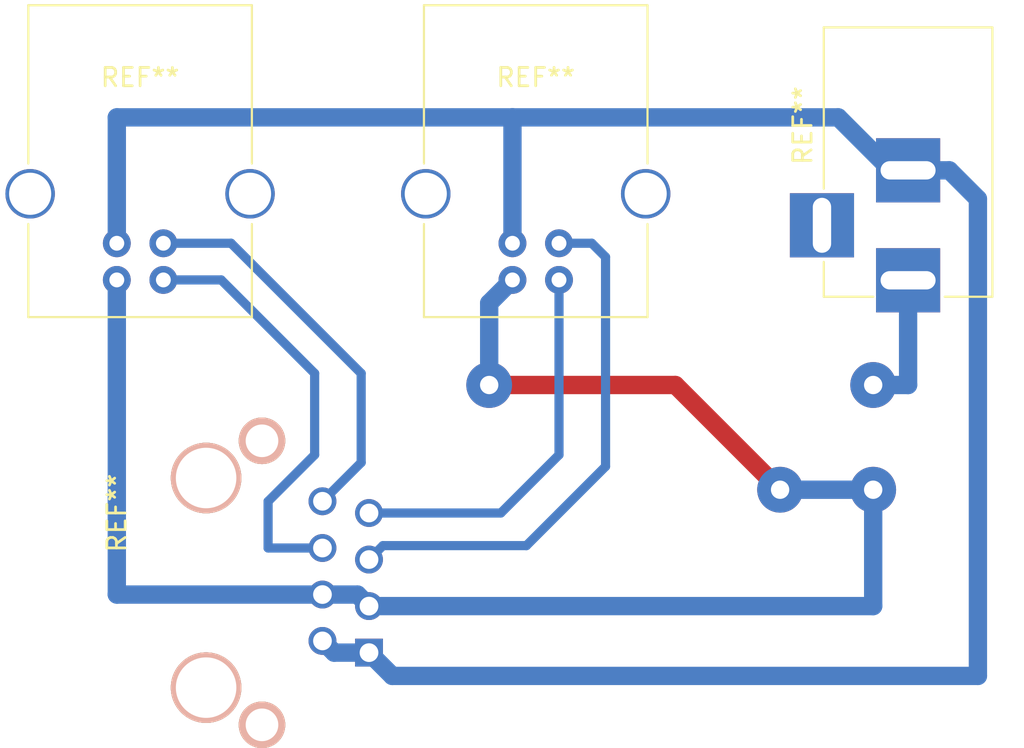
<source format=kicad_pcb>
(kicad_pcb (version 20171130) (host pcbnew 5.0.0)

  (general
    (thickness 1.6)
    (drawings 0)
    (tracks 52)
    (zones 0)
    (modules 4)
    (nets 1)
  )

  (page A4)
  (layers
    (0 F.Cu signal)
    (31 B.Cu signal)
    (32 B.Adhes user)
    (33 F.Adhes user)
    (34 B.Paste user)
    (35 F.Paste user)
    (36 B.SilkS user)
    (37 F.SilkS user)
    (38 B.Mask user)
    (39 F.Mask user)
    (40 Dwgs.User user)
    (41 Cmts.User user hide)
    (42 Eco1.User user)
    (43 Eco2.User user)
    (44 Edge.Cuts user)
    (45 Margin user)
    (46 B.CrtYd user)
    (47 F.CrtYd user)
    (48 B.Fab user)
    (49 F.Fab user)
  )

  (setup
    (last_trace_width 0.5)
    (trace_clearance 0.2)
    (zone_clearance 0.508)
    (zone_45_only no)
    (trace_min 0.2)
    (segment_width 0.2)
    (edge_width 0.01)
    (via_size 0.8)
    (via_drill 0.4)
    (via_min_size 0.4)
    (via_min_drill 0.3)
    (uvia_size 0.3)
    (uvia_drill 0.1)
    (uvias_allowed no)
    (uvia_min_size 0.2)
    (uvia_min_drill 0.1)
    (pcb_text_width 0.3)
    (pcb_text_size 1.5 1.5)
    (mod_edge_width 0.15)
    (mod_text_size 1 1)
    (mod_text_width 0.15)
    (pad_size 1.524 1.524)
    (pad_drill 0.762)
    (pad_to_mask_clearance 0.2)
    (aux_axis_origin 25.4 186.055)
    (visible_elements FFFFFF7F)
    (pcbplotparams
      (layerselection 0x01000_fffffffe)
      (usegerberextensions false)
      (usegerberattributes false)
      (usegerberadvancedattributes false)
      (creategerberjobfile false)
      (excludeedgelayer true)
      (linewidth 0.150000)
      (plotframeref false)
      (viasonmask false)
      (mode 1)
      (useauxorigin true)
      (hpglpennumber 1)
      (hpglpenspeed 20)
      (hpglpendiameter 15.000000)
      (psnegative false)
      (psa4output false)
      (plotreference true)
      (plotvalue true)
      (plotinvisibletext false)
      (padsonsilk false)
      (subtractmaskfromsilk false)
      (outputformat 1)
      (mirror false)
      (drillshape 0)
      (scaleselection 1)
      (outputdirectory "./"))
  )

  (net 0 "")

  (net_class Default "This is the default net class."
    (clearance 0.2)
    (trace_width 0.5)
    (via_dia 0.8)
    (via_drill 0.4)
    (uvia_dia 0.3)
    (uvia_drill 0.1)
  )

  (net_class power ""
    (clearance 0.2)
    (trace_width 0.8)
    (via_dia 0.8)
    (via_drill 0.4)
    (uvia_dia 0.3)
    (uvia_drill 0.1)
  )

  (module Connectors:USB_B (layer F.Cu) (tedit 55B36073) (tstamp 5B60AB66)
    (at 54.61 160 90)
    (descr "USB B connector")
    (tags "USB_B USB_DEV")
    (fp_text reference REF** (at 11.05 1.27 180) (layer F.SilkS)
      (effects (font (size 1 1) (thickness 0.15)))
    )
    (fp_text value USB_B (at 4.7 1.27 180) (layer F.Fab)
      (effects (font (size 1 1) (thickness 0.15)))
    )
    (fp_line (start -2.03 7.37) (end -2.03 -4.83) (layer F.SilkS) (width 0.12))
    (fp_line (start 14.99 -4.83) (end 14.99 7.37) (layer F.SilkS) (width 0.12))
    (fp_line (start -2.03 -4.83) (end 3.05 -4.83) (layer F.SilkS) (width 0.12))
    (fp_line (start 6.35 -4.83) (end 14.99 -4.83) (layer F.SilkS) (width 0.12))
    (fp_line (start -2.03 7.37) (end 3.05 7.37) (layer F.SilkS) (width 0.12))
    (fp_line (start 6.35 7.37) (end 14.99 7.37) (layer F.SilkS) (width 0.12))
    (fp_line (start 15.25 -6.35) (end 15.25 8.9) (layer F.CrtYd) (width 0.05))
    (fp_line (start -2.3 -6.35) (end 15.25 -6.35) (layer F.CrtYd) (width 0.05))
    (fp_line (start -2.3 8.9) (end -2.3 -6.35) (layer F.CrtYd) (width 0.05))
    (fp_line (start 15.25 8.9) (end -2.3 8.9) (layer F.CrtYd) (width 0.05))
    (pad 5 thru_hole circle (at 4.7 -4.73) (size 2.7 2.7) (drill 2.3) (layers *.Cu *.Mask))
    (pad 5 thru_hole circle (at 4.7 7.27) (size 2.7 2.7) (drill 2.3) (layers *.Cu *.Mask))
    (pad 3 thru_hole circle (at 2 2.54) (size 1.52 1.52) (drill 0.81) (layers *.Cu *.Mask))
    (pad 4 thru_hole circle (at 2 0) (size 1.52 1.52) (drill 0.81) (layers *.Cu *.Mask))
    (pad 1 thru_hole circle (at 0 0) (size 1.52 1.52) (drill 0.81) (layers *.Cu *.Mask))
    (pad 2 thru_hole circle (at 0 2.54) (size 1.52 1.52) (drill 0.81) (layers *.Cu *.Mask))
    (model ${KISYS3DMOD}/Connectors.3dshapes/USB_B.wrl
      (offset (xyz 4.571999931335449 -1.269999980926514 0))
      (scale (xyz 0.39 0.39 0.39))
      (rotate (xyz 0 0 -90))
    )
  )

  (module Connectors:RJ45_TRANSFO (layer F.Cu) (tedit 5B606DAF) (tstamp 5B60A8D9)
    (at 48.26 176.53 270)
    (tags RJ45)
    (fp_text reference REF** (at -3.81 15.24 270) (layer F.SilkS)
      (effects (font (size 1 1) (thickness 0.15)))
    )
    (fp_text value RJ45_TRANSFO (at -3.81 11.43 270) (layer F.Fab)
      (effects (font (size 1 1) (thickness 0.15)))
    )
    (fp_line (start 8 21.3) (end -8 21.3) (layer F.CrtYd) (width 0.05))
    (fp_line (start 8 21.3) (end 8 0) (layer F.CrtYd) (width 0.05))
    (fp_line (start -8 0) (end -8 21.3) (layer F.CrtYd) (width 0.05))
    (fp_line (start -8 0) (end 8 0) (layer F.CrtYd) (width 0.05))
    (pad 1 thru_hole rect (at 3.81 1.478 270) (size 1.52 1.52) (drill 1.02) (layers *.Cu *.Mask))
    (pad 13 thru_hole circle (at -7.75 7.318 270) (size 2.54 2.54) (drill 1.78) (layers *.Cu *.SilkS *.Mask))
    (pad 13 thru_hole circle (at 7.75 7.318 270) (size 2.54 2.54) (drill 1.78) (layers *.Cu *.SilkS *.Mask))
    (pad 2 thru_hole circle (at 3.17 4.018 270) (size 1.52 1.52) (drill 1.02) (layers *.Cu *.Mask))
    (pad 3 thru_hole circle (at 1.27 1.478 270) (size 1.52 1.52) (drill 1.02) (layers *.Cu *.Mask))
    (pad 4 thru_hole circle (at 0.64 4.018 270) (size 1.52 1.52) (drill 1.02) (layers *.Cu *.Mask))
    (pad 5 thru_hole circle (at -1.27 1.478 270) (size 1.52 1.52) (drill 1.02) (layers *.Cu *.Mask))
    (pad 6 thru_hole circle (at -1.9 4.018 270) (size 1.52 1.52) (drill 1.02) (layers *.Cu *.Mask))
    (pad 7 thru_hole circle (at -3.81 1.478 270) (size 1.52 1.52) (drill 1.02) (layers *.Cu *.Mask))
    (pad 8 thru_hole circle (at -4.45 4.018 270) (size 1.52 1.52) (drill 1.02) (layers *.Cu *.Mask))
    (pad Hole thru_hole circle (at -5.72 10.368 270) (size 3.85 3.85) (drill 3.3) (layers *.Cu *.SilkS *.Mask))
    (pad Hole thru_hole circle (at 5.72 10.368 270) (size 3.85 3.85) (drill 3.3) (layers *.Cu *.SilkS *.Mask))
  )

  (module Connectors:USB_B (layer F.Cu) (tedit 55B36073) (tstamp 5B60A879)
    (at 33.02 160 90)
    (descr "USB B connector")
    (tags "USB_B USB_DEV")
    (fp_text reference REF** (at 11.05 1.27 180) (layer F.SilkS)
      (effects (font (size 1 1) (thickness 0.15)))
    )
    (fp_text value USB_B (at 4.7 1.27 180) (layer F.Fab)
      (effects (font (size 1 1) (thickness 0.15)))
    )
    (fp_line (start 15.25 8.9) (end -2.3 8.9) (layer F.CrtYd) (width 0.05))
    (fp_line (start -2.3 8.9) (end -2.3 -6.35) (layer F.CrtYd) (width 0.05))
    (fp_line (start -2.3 -6.35) (end 15.25 -6.35) (layer F.CrtYd) (width 0.05))
    (fp_line (start 15.25 -6.35) (end 15.25 8.9) (layer F.CrtYd) (width 0.05))
    (fp_line (start 6.35 7.37) (end 14.99 7.37) (layer F.SilkS) (width 0.12))
    (fp_line (start -2.03 7.37) (end 3.05 7.37) (layer F.SilkS) (width 0.12))
    (fp_line (start 6.35 -4.83) (end 14.99 -4.83) (layer F.SilkS) (width 0.12))
    (fp_line (start -2.03 -4.83) (end 3.05 -4.83) (layer F.SilkS) (width 0.12))
    (fp_line (start 14.99 -4.83) (end 14.99 7.37) (layer F.SilkS) (width 0.12))
    (fp_line (start -2.03 7.37) (end -2.03 -4.83) (layer F.SilkS) (width 0.12))
    (pad 2 thru_hole circle (at 0 2.54) (size 1.52 1.52) (drill 0.81) (layers *.Cu *.Mask))
    (pad 1 thru_hole circle (at 0 0) (size 1.52 1.52) (drill 0.81) (layers *.Cu *.Mask))
    (pad 4 thru_hole circle (at 2 0) (size 1.52 1.52) (drill 0.81) (layers *.Cu *.Mask))
    (pad 3 thru_hole circle (at 2 2.54) (size 1.52 1.52) (drill 0.81) (layers *.Cu *.Mask))
    (pad 5 thru_hole circle (at 4.7 7.27) (size 2.7 2.7) (drill 2.3) (layers *.Cu *.Mask))
    (pad 5 thru_hole circle (at 4.7 -4.73) (size 2.7 2.7) (drill 2.3) (layers *.Cu *.Mask))
    (model ${KISYS3DMOD}/Connectors.3dshapes/USB_B.wrl
      (offset (xyz 4.571999931335449 -1.269999980926514 0))
      (scale (xyz 0.39 0.39 0.39))
      (rotate (xyz 0 0 -90))
    )
  )

  (module Connectors:BARREL_JACK (layer F.Cu) (tedit 5861378E) (tstamp 5B60AC2A)
    (at 76.2 160.02 270)
    (descr "DC Barrel Jack")
    (tags "Power Jack")
    (fp_text reference REF** (at -8.45 5.75 90) (layer F.SilkS)
      (effects (font (size 1 1) (thickness 0.15)))
    )
    (fp_text value BARREL_JACK (at -6.2 -5.5 270) (layer F.Fab)
      (effects (font (size 1 1) (thickness 0.15)))
    )
    (fp_line (start 1 -4.5) (end 1 -4.75) (layer F.CrtYd) (width 0.05))
    (fp_line (start 1 -4.75) (end -14 -4.75) (layer F.CrtYd) (width 0.05))
    (fp_line (start 1 -4.5) (end 1 -2) (layer F.CrtYd) (width 0.05))
    (fp_line (start 1 -2) (end 2 -2) (layer F.CrtYd) (width 0.05))
    (fp_line (start 2 -2) (end 2 2) (layer F.CrtYd) (width 0.05))
    (fp_line (start 2 2) (end 1 2) (layer F.CrtYd) (width 0.05))
    (fp_line (start 1 2) (end 1 4.75) (layer F.CrtYd) (width 0.05))
    (fp_line (start 1 4.75) (end -1 4.75) (layer F.CrtYd) (width 0.05))
    (fp_line (start -1 4.75) (end -1 6.75) (layer F.CrtYd) (width 0.05))
    (fp_line (start -1 6.75) (end -5 6.75) (layer F.CrtYd) (width 0.05))
    (fp_line (start -5 6.75) (end -5 4.75) (layer F.CrtYd) (width 0.05))
    (fp_line (start -5 4.75) (end -14 4.75) (layer F.CrtYd) (width 0.05))
    (fp_line (start -14 4.75) (end -14 -4.75) (layer F.CrtYd) (width 0.05))
    (fp_line (start -5 4.6) (end -13.8 4.6) (layer F.SilkS) (width 0.12))
    (fp_line (start -13.8 4.6) (end -13.8 -4.6) (layer F.SilkS) (width 0.12))
    (fp_line (start 0.9 1.9) (end 0.9 4.6) (layer F.SilkS) (width 0.12))
    (fp_line (start 0.9 4.6) (end -1 4.6) (layer F.SilkS) (width 0.12))
    (fp_line (start -13.8 -4.6) (end 0.9 -4.6) (layer F.SilkS) (width 0.12))
    (fp_line (start 0.9 -4.6) (end 0.9 -2) (layer F.SilkS) (width 0.12))
    (fp_line (start -10.2 -4.5) (end -10.2 4.5) (layer F.Fab) (width 0.1))
    (fp_line (start -13.7 -4.5) (end -13.7 4.5) (layer F.Fab) (width 0.1))
    (fp_line (start -13.7 4.5) (end 0.8 4.5) (layer F.Fab) (width 0.1))
    (fp_line (start 0.8 4.5) (end 0.8 -4.5) (layer F.Fab) (width 0.1))
    (fp_line (start 0.8 -4.5) (end -13.7 -4.5) (layer F.Fab) (width 0.1))
    (pad 1 thru_hole rect (at 0 0 270) (size 3.5 3.5) (drill oval 1 3) (layers *.Cu *.Mask))
    (pad 2 thru_hole rect (at -6 0 270) (size 3.5 3.5) (drill oval 1 3) (layers *.Cu *.Mask))
    (pad 3 thru_hole rect (at -3 4.7 270) (size 3.5 3.5) (drill oval 3 1) (layers *.Cu *.Mask))
  )

  (segment (start 76.2 154.02) (end 75.28 154.02) (width 1) (layer B.Cu) (net 0))
  (segment (start 75.28 154.02) (end 72.39 151.13) (width 1) (layer B.Cu) (net 0))
  (segment (start 33.02 151.13) (end 33.02 158) (width 1) (layer B.Cu) (net 0))
  (segment (start 48.052 181.61) (end 46.782 180.34) (width 1) (layer B.Cu) (net 0))
  (segment (start 80.01 181.61) (end 48.052 181.61) (width 1) (layer B.Cu) (net 0))
  (segment (start 80.01 155.58) (end 80.01 181.61) (width 1) (layer B.Cu) (net 0))
  (segment (start 76.2 154.02) (end 78.45 154.02) (width 1) (layer B.Cu) (net 0))
  (segment (start 78.45 154.02) (end 80.01 155.58) (width 1) (layer B.Cu) (net 0))
  (segment (start 44.882 180.34) (end 44.242 179.7) (width 1) (layer B.Cu) (net 0))
  (segment (start 46.782 180.34) (end 44.882 180.34) (width 1) (layer B.Cu) (net 0))
  (segment (start 44.242 177.17) (end 33.025 177.17) (width 1) (layer B.Cu) (net 0))
  (segment (start 33.02 177.165) (end 33.02 160) (width 1) (layer B.Cu) (net 0))
  (segment (start 33.025 177.17) (end 33.02 177.165) (width 1) (layer B.Cu) (net 0))
  (segment (start 46.782 172.72) (end 53.975 172.72) (width 0.5) (layer B.Cu) (net 0))
  (segment (start 53.975 172.72) (end 57.15 169.545) (width 0.5) (layer B.Cu) (net 0))
  (segment (start 57.15 169.545) (end 57.15 160) (width 0.5) (layer B.Cu) (net 0))
  (segment (start 59.69 158.75) (end 58.94 158) (width 0.5) (layer B.Cu) (net 0))
  (segment (start 59.69 170.18) (end 59.69 158.75) (width 0.5) (layer B.Cu) (net 0))
  (segment (start 58.94 158) (end 57.15 158) (width 0.5) (layer B.Cu) (net 0))
  (segment (start 55.369999 174.500001) (end 59.69 170.18) (width 0.5) (layer B.Cu) (net 0))
  (segment (start 46.782 175.26) (end 47.541999 174.500001) (width 0.5) (layer B.Cu) (net 0))
  (segment (start 47.541999 174.500001) (end 55.369999 174.500001) (width 0.5) (layer B.Cu) (net 0))
  (segment (start 39.255 158) (end 35.56 158) (width 0.5) (layer B.Cu) (net 0))
  (segment (start 46.355 165.1) (end 39.255 158) (width 0.5) (layer B.Cu) (net 0))
  (segment (start 44.242 172.08) (end 46.355 169.967) (width 0.5) (layer B.Cu) (net 0))
  (segment (start 46.355 169.967) (end 46.355 165.1) (width 0.5) (layer B.Cu) (net 0))
  (segment (start 35.56 160) (end 38.715 160) (width 0.5) (layer B.Cu) (net 0))
  (segment (start 38.715 160) (end 43.815 165.1) (width 0.5) (layer B.Cu) (net 0))
  (segment (start 43.815 165.1) (end 43.815 169.545) (width 0.5) (layer B.Cu) (net 0))
  (segment (start 43.815 169.545) (end 41.275 172.085) (width 0.5) (layer B.Cu) (net 0))
  (segment (start 41.275 172.085) (end 41.275 174.625) (width 0.5) (layer B.Cu) (net 0))
  (segment (start 41.28 174.63) (end 44.242 174.63) (width 0.5) (layer B.Cu) (net 0))
  (segment (start 41.275 174.625) (end 41.28 174.63) (width 0.5) (layer B.Cu) (net 0))
  (segment (start 74.295 165.735) (end 74.295 165.735) (width 1) (layer B.Cu) (net 0))
  (segment (start 76.2 165.735) (end 76.2 160.02) (width 1) (layer B.Cu) (net 0) (tstamp 5B60B0C7))
  (via (at 74.295 165.735) (size 2.5) (drill 1) (layers F.Cu B.Cu) (net 0))
  (via (at 74.295 171.45) (size 2.5) (drill 1) (layers F.Cu B.Cu) (net 0))
  (segment (start 46.782 177.8) (end 74.295 177.8) (width 1) (layer B.Cu) (net 0))
  (segment (start 74.295 177.8) (end 74.295 171.45) (width 1) (layer B.Cu) (net 0))
  (segment (start 76.2 165.735) (end 74.295 165.735) (width 1) (layer B.Cu) (net 0))
  (segment (start 46.152 177.17) (end 46.782 177.8) (width 1) (layer B.Cu) (net 0))
  (segment (start 44.242 177.17) (end 46.152 177.17) (width 1) (layer B.Cu) (net 0))
  (segment (start 54.61 151.13) (end 54.61 158) (width 1) (layer B.Cu) (net 0))
  (segment (start 54.61 151.13) (end 33.02 151.13) (width 1) (layer B.Cu) (net 0))
  (segment (start 72.39 151.13) (end 54.61 151.13) (width 1) (layer B.Cu) (net 0))
  (via (at 53.34 165.735) (size 2.5) (drill 1) (layers F.Cu B.Cu) (net 0) (tstamp 5B60B185))
  (via (at 69.215 171.45) (size 2.5) (drill 1) (layers F.Cu B.Cu) (net 0) (tstamp 5B60B1A2))
  (segment (start 63.5 165.735) (end 69.215 171.45) (width 1) (layer F.Cu) (net 0))
  (segment (start 53.34 165.735) (end 63.5 165.735) (width 1) (layer F.Cu) (net 0))
  (segment (start 53.34 161.27) (end 54.61 160) (width 1) (layer B.Cu) (net 0))
  (segment (start 53.34 165.735) (end 53.34 161.27) (width 1) (layer B.Cu) (net 0))
  (segment (start 69.215 171.45) (end 74.295 171.45) (width 1) (layer B.Cu) (net 0))

)

</source>
